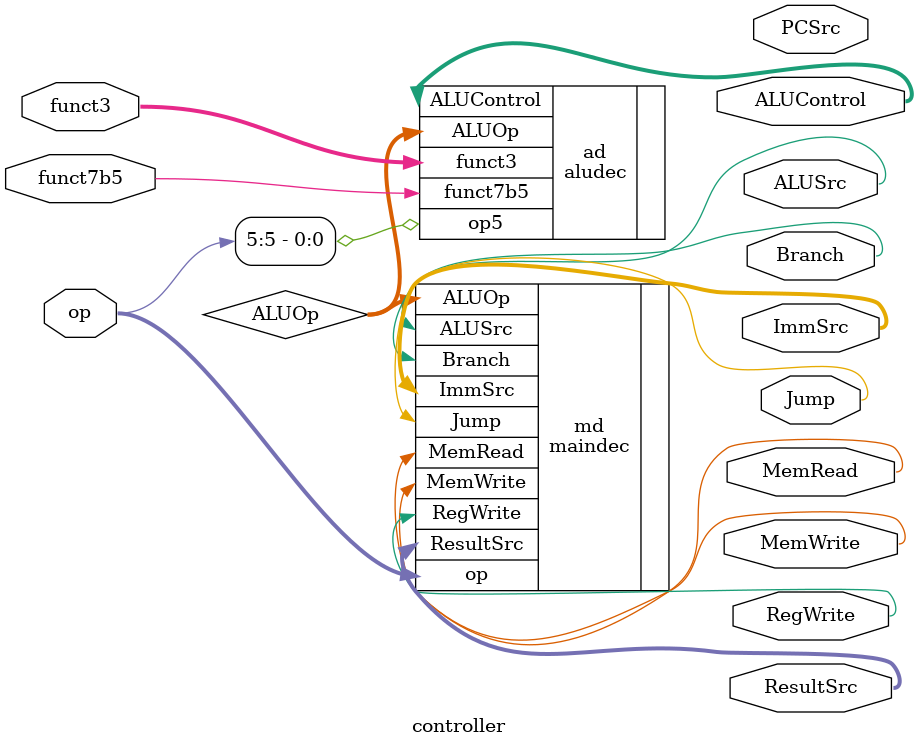
<source format=sv>
`include "Controller/AluDecoder.sv"
`include "Controller/MainDecoder.sv"


module controller(
    input [6:0] op,
    input [2:0] funct3,
    input funct7b5,

    output [1:0] ResultSrc,
    output MemWrite,
    output PCSrc, 
    output ALUSrc,
    output RegWrite, 
    output Jump,
    output Branch,
    output [2:0] ImmSrc,
    output [3:0] ALUControl,
    output MemRead
);

wire [1:0] ALUOp;
//wire Branch;

maindec md(
    .op(op),

    .ResultSrc(ResultSrc),
    .MemWrite(MemWrite),
    .Branch(Branch),
    .ALUSrc(ALUSrc),
    .RegWrite(RegWrite),
    .Jump(Jump),
    .ImmSrc(ImmSrc),
    .ALUOp(ALUOp),
    .MemRead(MemRead)
);

aludec ad(
    .op5(op[5]),
    .funct3(funct3),
    .funct7b5(funct7b5),
    .ALUOp(ALUOp),

    .ALUControl(ALUControl)
);

//assign PCSrc = Branch & LogOut | Jump;



endmodule
</source>
